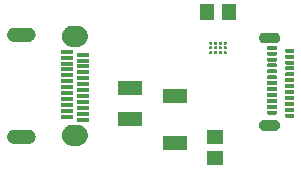
<source format=gbr>
%TF.GenerationSoftware,Altium Limited,Altium Designer,22.10.1 (41)*%
G04 Layer_Color=8421504*
%FSLAX45Y45*%
%MOMM*%
%TF.SameCoordinates,7C4CEE53-0205-4E42-98F0-91463D168F18*%
%TF.FilePolarity,Positive*%
%TF.FileFunction,Paste,Top*%
%TF.Part,Single*%
G01*
G75*
%TA.AperFunction,SMDPad,CuDef*%
%ADD10R,1.00000X0.30000*%
%TA.AperFunction,ConnectorPad*%
%ADD12R,0.80000X0.30000*%
%TA.AperFunction,SMDPad,CuDef*%
%ADD13R,1.20000X1.40000*%
%ADD14R,1.40000X1.20000*%
%ADD15R,2.03200X1.14300*%
%ADD16R,2.10000X1.27000*%
G36*
X366400Y1346109D02*
X369385Y1345885D01*
X372354Y1345512D01*
X375300Y1344994D01*
X378216Y1344328D01*
X381097Y1343518D01*
X383931Y1342563D01*
X386718Y1341471D01*
X389443Y1340241D01*
X392105Y1338875D01*
X394696Y1337379D01*
X397210Y1335756D01*
X399639Y1334011D01*
X401978Y1332146D01*
X404221Y1330165D01*
X406362Y1328077D01*
X408396Y1325883D01*
X410319Y1323591D01*
X412128Y1321206D01*
X413812Y1318735D01*
X415371Y1316182D01*
X416804Y1313556D01*
X418102Y1310858D01*
X419263Y1308103D01*
X420286Y1305291D01*
X421168Y1302433D01*
X421907Y1299533D01*
X422499Y1296601D01*
X422946Y1293642D01*
X423243Y1290665D01*
X423393Y1287678D01*
Y1284686D01*
X423243Y1281699D01*
X422946Y1278722D01*
X422499Y1275763D01*
X421907Y1272832D01*
X421168Y1269931D01*
X420286Y1267074D01*
X419263Y1264262D01*
X418102Y1261506D01*
X416804Y1258809D01*
X415371Y1256182D01*
X413812Y1253630D01*
X412128Y1251158D01*
X410319Y1248773D01*
X408396Y1246482D01*
X406362Y1244288D01*
X404221Y1242200D01*
X401978Y1240218D01*
X399639Y1238354D01*
X397210Y1236609D01*
X394696Y1234986D01*
X392105Y1233490D01*
X389443Y1232124D01*
X386718Y1230894D01*
X383931Y1229802D01*
X381097Y1228847D01*
X378216Y1228037D01*
X375300Y1227371D01*
X372354Y1226853D01*
X369385Y1226480D01*
X366400Y1226256D01*
X363410Y1226182D01*
X243411D01*
X240421Y1226256D01*
X237437Y1226480D01*
X234467Y1226853D01*
X231521Y1227371D01*
X228605Y1228037D01*
X225725Y1228847D01*
X222890Y1229802D01*
X220104Y1230894D01*
X217378Y1232124D01*
X214716Y1233490D01*
X212126Y1234986D01*
X209611Y1236609D01*
X207183Y1238354D01*
X204843Y1240218D01*
X202601Y1242200D01*
X200459Y1244288D01*
X198425Y1246482D01*
X196502Y1248773D01*
X194694Y1251158D01*
X193010Y1253630D01*
X191450Y1256182D01*
X190017Y1258809D01*
X188719Y1261506D01*
X187559Y1264262D01*
X186535Y1267074D01*
X185654Y1269931D01*
X184915Y1272832D01*
X184323Y1275763D01*
X183876Y1278722D01*
X183578Y1281699D01*
X183429Y1284686D01*
Y1287678D01*
X183578Y1290665D01*
X183876Y1293642D01*
X184323Y1296601D01*
X184915Y1299533D01*
X185654Y1302433D01*
X186535Y1305291D01*
X187559Y1308103D01*
X188719Y1310858D01*
X190017Y1313556D01*
X191450Y1316182D01*
X193010Y1318735D01*
X194694Y1321206D01*
X196502Y1323591D01*
X198425Y1325883D01*
X200459Y1328077D01*
X202601Y1330165D01*
X204843Y1332146D01*
X207183Y1334011D01*
X209611Y1335756D01*
X212126Y1337379D01*
X214716Y1338875D01*
X217378Y1340241D01*
X220104Y1341471D01*
X222890Y1342563D01*
X225725Y1343518D01*
X228605Y1344328D01*
X231521Y1344994D01*
X234467Y1345512D01*
X237437Y1345885D01*
X240421Y1346109D01*
X243411Y1346182D01*
X363410D01*
X366400Y1346109D01*
D02*
G37*
G36*
X2452247Y1302448D02*
X2454485Y1302281D01*
X2456712Y1302001D01*
X2458922Y1301613D01*
X2461109Y1301112D01*
X2463268Y1300505D01*
X2465396Y1299791D01*
X2467484Y1298971D01*
X2469529Y1298046D01*
X2471525Y1297023D01*
X2473469Y1295903D01*
X2475353Y1294683D01*
X2477177Y1293375D01*
X2478930Y1291976D01*
X2480614Y1290490D01*
X2482219Y1288925D01*
X2483745Y1287279D01*
X2485188Y1285560D01*
X2486542Y1283772D01*
X2487807Y1281917D01*
X2488975Y1280005D01*
X2490050Y1278034D01*
X2491022Y1276012D01*
X2491894Y1273944D01*
X2492661Y1271836D01*
X2493324Y1269690D01*
X2493877Y1267516D01*
X2494322Y1265319D01*
X2494657Y1263099D01*
X2494878Y1260866D01*
X2494990Y1258626D01*
Y1256380D01*
X2494878Y1254140D01*
X2494657Y1251907D01*
X2494322Y1249687D01*
X2493877Y1247490D01*
X2493324Y1245316D01*
X2492661Y1243170D01*
X2491894Y1241062D01*
X2491022Y1238994D01*
X2490050Y1236972D01*
X2488975Y1235004D01*
X2487807Y1233088D01*
X2486542Y1231234D01*
X2485188Y1229446D01*
X2483745Y1227727D01*
X2482219Y1226081D01*
X2480614Y1224516D01*
X2478930Y1223030D01*
X2477177Y1221631D01*
X2475353Y1220322D01*
X2473469Y1219103D01*
X2471525Y1217983D01*
X2469529Y1216959D01*
X2467484Y1216035D01*
X2465396Y1215214D01*
X2463268Y1214501D01*
X2461109Y1213894D01*
X2458922Y1213393D01*
X2456712Y1213005D01*
X2454485Y1212725D01*
X2452247Y1212558D01*
X2450004Y1212502D01*
X2360004D01*
X2357761Y1212558D01*
X2355524Y1212725D01*
X2353296Y1213005D01*
X2351086Y1213393D01*
X2348899Y1213894D01*
X2346740Y1214501D01*
X2344612Y1215214D01*
X2342524Y1216035D01*
X2340479Y1216959D01*
X2338483Y1217983D01*
X2336540Y1219103D01*
X2334655Y1220322D01*
X2332831Y1221631D01*
X2331079Y1223030D01*
X2329395Y1224516D01*
X2327789Y1226081D01*
X2326263Y1227727D01*
X2324820Y1229446D01*
X2323466Y1231234D01*
X2322201Y1233088D01*
X2321033Y1235004D01*
X2319959Y1236972D01*
X2318986Y1238994D01*
X2318114Y1241062D01*
X2317347Y1243170D01*
X2316684Y1245316D01*
X2316131Y1247490D01*
X2315686Y1249687D01*
X2315351Y1251907D01*
X2315130Y1254140D01*
X2315018Y1256380D01*
Y1258626D01*
X2315130Y1260866D01*
X2315351Y1263099D01*
X2315686Y1265319D01*
X2316131Y1267516D01*
X2316684Y1269690D01*
X2317347Y1271836D01*
X2318114Y1273944D01*
X2318986Y1276012D01*
X2319959Y1278034D01*
X2321033Y1280005D01*
X2322201Y1281917D01*
X2323466Y1283772D01*
X2324820Y1285560D01*
X2326263Y1287279D01*
X2327789Y1288925D01*
X2329395Y1290490D01*
X2331079Y1291976D01*
X2332831Y1293375D01*
X2334655Y1294683D01*
X2336540Y1295903D01*
X2338483Y1297023D01*
X2340479Y1298046D01*
X2342524Y1298971D01*
X2344612Y1299791D01*
X2346740Y1300505D01*
X2348899Y1301112D01*
X2351086Y1301613D01*
X2353296Y1302001D01*
X2355524Y1302281D01*
X2357761Y1302448D01*
X2360004Y1302504D01*
X2450004D01*
X2452247Y1302448D01*
D02*
G37*
G36*
X2038832Y1225219D02*
X2040239Y1223812D01*
X2041000Y1221974D01*
Y1220980D01*
Y1205980D01*
Y1204985D01*
X2040239Y1203148D01*
X2038832Y1201741D01*
X2036994Y1200980D01*
X2020005D01*
X2018168Y1201741D01*
X2016761Y1203148D01*
X2016000Y1204985D01*
Y1205980D01*
Y1220980D01*
Y1221974D01*
X2016761Y1223812D01*
X2018168Y1225219D01*
X2020005Y1225980D01*
X2036994D01*
X2038832Y1225219D01*
D02*
G37*
G36*
X1998832D02*
X2000239Y1223812D01*
X2001000Y1221974D01*
Y1220980D01*
Y1205980D01*
Y1204985D01*
X2000239Y1203148D01*
X1998832Y1201741D01*
X1996994Y1200980D01*
X1980005D01*
X1978168Y1201741D01*
X1976761Y1203148D01*
X1976000Y1204985D01*
Y1205980D01*
Y1220980D01*
Y1221974D01*
X1976761Y1223812D01*
X1978168Y1225219D01*
X1980005Y1225980D01*
X1996994D01*
X1998832Y1225219D01*
D02*
G37*
G36*
X1958832D02*
X1960239Y1223812D01*
X1961000Y1221974D01*
Y1220980D01*
Y1205980D01*
Y1204985D01*
X1960239Y1203148D01*
X1958832Y1201741D01*
X1956994Y1200980D01*
X1940005D01*
X1938168Y1201741D01*
X1936761Y1203148D01*
X1936000Y1204985D01*
Y1205980D01*
Y1220980D01*
Y1221974D01*
X1936761Y1223812D01*
X1938168Y1225219D01*
X1940005Y1225980D01*
X1956994D01*
X1958832Y1225219D01*
D02*
G37*
G36*
X1918832D02*
X1920239Y1223812D01*
X1921000Y1221974D01*
Y1220980D01*
Y1205980D01*
Y1204985D01*
X1920239Y1203148D01*
X1918832Y1201741D01*
X1916994Y1200980D01*
X1900005D01*
X1898168Y1201741D01*
X1896761Y1203148D01*
X1896000Y1204985D01*
Y1205980D01*
Y1220980D01*
Y1221974D01*
X1896761Y1223812D01*
X1898168Y1225219D01*
X1900005Y1225980D01*
X1916994D01*
X1918832Y1225219D01*
D02*
G37*
G36*
X780880Y1363167D02*
X785355Y1362832D01*
X789808Y1362273D01*
X794228Y1361493D01*
X798601Y1360495D01*
X802922Y1359281D01*
X807176Y1357851D01*
X811352Y1356213D01*
X815444Y1354366D01*
X819437Y1352319D01*
X823323Y1350076D01*
X827093Y1347640D01*
X830737Y1345021D01*
X834245Y1342222D01*
X837611Y1339253D01*
X840821Y1336121D01*
X843874Y1332832D01*
X846760Y1329393D01*
X849467Y1325816D01*
X851997Y1322108D01*
X854337Y1318278D01*
X856483Y1314338D01*
X858429Y1310295D01*
X860174Y1306159D01*
X861708Y1301943D01*
X863031Y1297656D01*
X864138Y1293307D01*
X865027Y1288908D01*
X865696Y1284470D01*
X866143Y1280005D01*
X866366Y1275522D01*
Y1271036D01*
X866143Y1266553D01*
X865696Y1262088D01*
X865027Y1257651D01*
X864138Y1253251D01*
X863031Y1248903D01*
X861708Y1244615D01*
X860174Y1240399D01*
X858429Y1236264D01*
X856483Y1232220D01*
X854337Y1228278D01*
X851997Y1224450D01*
X849467Y1220742D01*
X846760Y1217165D01*
X843874Y1213726D01*
X840821Y1210437D01*
X837611Y1207305D01*
X834245Y1204336D01*
X830737Y1201537D01*
X827093Y1198918D01*
X823323Y1196482D01*
X819437Y1194239D01*
X815444Y1192192D01*
X811352Y1190346D01*
X807176Y1188707D01*
X802922Y1187277D01*
X798601Y1186063D01*
X794228Y1185065D01*
X789808Y1184285D01*
X785355Y1183726D01*
X780880Y1183391D01*
X776394Y1183279D01*
X736394D01*
X731909Y1183391D01*
X727433Y1183726D01*
X722981Y1184285D01*
X718561Y1185065D01*
X714187Y1186063D01*
X709866Y1187277D01*
X705612Y1188707D01*
X701436Y1190346D01*
X697344Y1192192D01*
X693351Y1194239D01*
X689465Y1196482D01*
X685696Y1198918D01*
X682051Y1201537D01*
X678543Y1204336D01*
X675178Y1207305D01*
X671967Y1210437D01*
X668914Y1213726D01*
X666029Y1217165D01*
X663321Y1220742D01*
X660791Y1224450D01*
X658452Y1228278D01*
X656306Y1232220D01*
X654360Y1236264D01*
X652615Y1240399D01*
X651081Y1244615D01*
X649757Y1248903D01*
X648650Y1253251D01*
X647761Y1257651D01*
X647093Y1262088D01*
X646646Y1266553D01*
X646422Y1271036D01*
Y1275522D01*
X646646Y1280005D01*
X647093Y1284470D01*
X647761Y1288908D01*
X648650Y1293307D01*
X649757Y1297656D01*
X651081Y1301943D01*
X652615Y1306159D01*
X654360Y1310295D01*
X656306Y1314338D01*
X658452Y1318278D01*
X660791Y1322108D01*
X663321Y1325816D01*
X666029Y1329393D01*
X668914Y1332832D01*
X671967Y1336121D01*
X675178Y1339253D01*
X678543Y1342222D01*
X682051Y1345021D01*
X685696Y1347640D01*
X689465Y1350076D01*
X693351Y1352319D01*
X697344Y1354366D01*
X701436Y1356213D01*
X705612Y1357851D01*
X709866Y1359281D01*
X714187Y1360495D01*
X718561Y1361493D01*
X722981Y1362273D01*
X727433Y1362832D01*
X731909Y1363167D01*
X736394Y1363279D01*
X776394D01*
X780880Y1363167D01*
D02*
G37*
G36*
X2038832Y1185219D02*
X2040239Y1183812D01*
X2041000Y1181975D01*
Y1180980D01*
Y1165980D01*
Y1164985D01*
X2040239Y1163148D01*
X2038832Y1161741D01*
X2036994Y1160980D01*
X2020005D01*
X2018168Y1161741D01*
X2016761Y1163148D01*
X2016000Y1164985D01*
Y1165980D01*
Y1180980D01*
Y1181975D01*
X2016761Y1183812D01*
X2018168Y1185219D01*
X2020005Y1185980D01*
X2036994D01*
X2038832Y1185219D01*
D02*
G37*
G36*
X1998832D02*
X2000239Y1183812D01*
X2001000Y1181975D01*
Y1180980D01*
Y1165980D01*
Y1164985D01*
X2000239Y1163148D01*
X1998832Y1161741D01*
X1996994Y1160980D01*
X1980005D01*
X1978168Y1161741D01*
X1976761Y1163148D01*
X1976000Y1164985D01*
Y1165980D01*
Y1180980D01*
Y1181975D01*
X1976761Y1183812D01*
X1978168Y1185219D01*
X1980005Y1185980D01*
X1996994D01*
X1998832Y1185219D01*
D02*
G37*
G36*
X1958832D02*
X1960239Y1183812D01*
X1961000Y1181975D01*
Y1180980D01*
Y1165980D01*
Y1164985D01*
X1960239Y1163148D01*
X1958832Y1161741D01*
X1956994Y1160980D01*
X1940005D01*
X1938168Y1161741D01*
X1936761Y1163148D01*
X1936000Y1164985D01*
Y1165980D01*
Y1180980D01*
Y1181975D01*
X1936761Y1183812D01*
X1938168Y1185219D01*
X1940005Y1185980D01*
X1956994D01*
X1958832Y1185219D01*
D02*
G37*
G36*
X1918832D02*
X1920239Y1183812D01*
X1921000Y1181975D01*
Y1180980D01*
Y1165980D01*
Y1164985D01*
X1920239Y1163148D01*
X1918832Y1161741D01*
X1916994Y1160980D01*
X1900005D01*
X1898168Y1161741D01*
X1896761Y1163148D01*
X1896000Y1164985D01*
Y1165980D01*
Y1180980D01*
Y1181975D01*
X1896761Y1183812D01*
X1898168Y1185219D01*
X1900005Y1185980D01*
X1916994D01*
X1918832Y1185219D01*
D02*
G37*
G36*
X2465005Y1160008D02*
X2385005D01*
Y1190008D01*
X2465005D01*
Y1160008D01*
D02*
G37*
G36*
X2615000Y1135009D02*
X2535000D01*
Y1165009D01*
X2615000D01*
Y1135009D01*
D02*
G37*
G36*
X743420Y1126678D02*
X643420D01*
Y1156680D01*
X743420D01*
Y1126678D01*
D02*
G37*
G36*
X2038832Y1145219D02*
X2040239Y1143812D01*
X2041000Y1141974D01*
Y1140980D01*
Y1125980D01*
Y1124985D01*
X2040239Y1123148D01*
X2038832Y1121741D01*
X2036994Y1120980D01*
X2020005D01*
X2018168Y1121741D01*
X2016761Y1123148D01*
X2016000Y1124985D01*
Y1125980D01*
Y1140980D01*
Y1141974D01*
X2016761Y1143812D01*
X2018168Y1145219D01*
X2020005Y1145980D01*
X2036994D01*
X2038832Y1145219D01*
D02*
G37*
G36*
X1998832D02*
X2000239Y1143812D01*
X2001000Y1141974D01*
Y1140980D01*
Y1125980D01*
Y1124985D01*
X2000239Y1123148D01*
X1998832Y1121741D01*
X1996994Y1120980D01*
X1980005D01*
X1978168Y1121741D01*
X1976761Y1123148D01*
X1976000Y1124985D01*
Y1125980D01*
Y1140980D01*
Y1141974D01*
X1976761Y1143812D01*
X1978168Y1145219D01*
X1980005Y1145980D01*
X1996994D01*
X1998832Y1145219D01*
D02*
G37*
G36*
X1958832D02*
X1960239Y1143812D01*
X1961000Y1141974D01*
Y1140980D01*
Y1125980D01*
Y1124985D01*
X1960239Y1123148D01*
X1958832Y1121741D01*
X1956994Y1120980D01*
X1940005D01*
X1938168Y1121741D01*
X1936761Y1123148D01*
X1936000Y1124985D01*
Y1125980D01*
Y1140980D01*
Y1141974D01*
X1936761Y1143812D01*
X1938168Y1145219D01*
X1940005Y1145980D01*
X1956994D01*
X1958832Y1145219D01*
D02*
G37*
G36*
X1918832D02*
X1920239Y1143812D01*
X1921000Y1141974D01*
Y1140980D01*
Y1125980D01*
Y1124985D01*
X1920239Y1123148D01*
X1918832Y1121741D01*
X1916994Y1120980D01*
X1900005D01*
X1898168Y1121741D01*
X1896761Y1123148D01*
X1896000Y1124985D01*
Y1125980D01*
Y1140980D01*
Y1141974D01*
X1896761Y1143812D01*
X1898168Y1145219D01*
X1900005Y1145980D01*
X1916994D01*
X1918832Y1145219D01*
D02*
G37*
G36*
X2465005Y1109995D02*
X2385005D01*
Y1139995D01*
X2465005D01*
Y1109995D01*
D02*
G37*
G36*
X878413Y1101672D02*
X778413D01*
Y1131672D01*
X878413D01*
Y1101672D01*
D02*
G37*
G36*
X2614957Y1085022D02*
X2534957D01*
Y1115022D01*
X2614957D01*
Y1085022D01*
D02*
G37*
G36*
X743420Y1076678D02*
X643420D01*
Y1106681D01*
X743420D01*
Y1076678D01*
D02*
G37*
G36*
X2465005Y1060008D02*
X2385005D01*
Y1090008D01*
X2465005D01*
Y1060008D01*
D02*
G37*
G36*
X878413Y1051674D02*
X778413D01*
Y1081674D01*
X878413D01*
Y1051674D01*
D02*
G37*
G36*
X2614957Y1035009D02*
X2534957D01*
Y1065009D01*
X2614957D01*
Y1035009D01*
D02*
G37*
G36*
X743420Y1026683D02*
X643420D01*
Y1056686D01*
X743420D01*
Y1026683D01*
D02*
G37*
G36*
X2465005Y1009995D02*
X2385005D01*
Y1039995D01*
X2465005D01*
Y1009995D01*
D02*
G37*
G36*
X878413Y1001672D02*
X778413D01*
Y1031672D01*
X878413D01*
Y1001672D01*
D02*
G37*
G36*
X2614957Y985022D02*
X2534957D01*
Y1015022D01*
X2614957D01*
Y985022D01*
D02*
G37*
G36*
X743420Y976681D02*
X643420D01*
Y1006683D01*
X743420D01*
Y976681D01*
D02*
G37*
G36*
X2465005Y960008D02*
X2385005D01*
Y990008D01*
X2465005D01*
Y960008D01*
D02*
G37*
G36*
X878413Y951675D02*
X778413D01*
Y981674D01*
X878413D01*
Y951675D01*
D02*
G37*
G36*
X2614957Y935009D02*
X2534957D01*
Y965009D01*
X2614957D01*
Y935009D01*
D02*
G37*
G36*
X743420Y926681D02*
X643420D01*
Y956683D01*
X743420D01*
Y926681D01*
D02*
G37*
G36*
X2465005Y909995D02*
X2385005D01*
Y939995D01*
X2465005D01*
Y909995D01*
D02*
G37*
G36*
X878413Y901680D02*
X778413D01*
Y931680D01*
X878413D01*
Y901680D01*
D02*
G37*
G36*
X2614957Y885022D02*
X2534957D01*
Y915022D01*
X2614957D01*
Y885022D01*
D02*
G37*
G36*
X743420Y876686D02*
X643420D01*
Y906689D01*
X743420D01*
Y876686D01*
D02*
G37*
G36*
X2465005Y859983D02*
X2385005D01*
Y889983D01*
X2465005D01*
Y859983D01*
D02*
G37*
G36*
X878413Y851685D02*
X778413D01*
Y881685D01*
X878413D01*
Y851685D01*
D02*
G37*
G36*
X2614957Y835010D02*
X2534957D01*
Y865009D01*
X2614957D01*
Y835010D01*
D02*
G37*
G36*
X743420Y826684D02*
X643420D01*
Y856686D01*
X743420D01*
Y826684D01*
D02*
G37*
G36*
X2465005Y809996D02*
X2385005D01*
Y839996D01*
X2465005D01*
Y809996D01*
D02*
G37*
G36*
X878413Y801688D02*
X778413D01*
Y831687D01*
X878413D01*
Y801688D01*
D02*
G37*
G36*
X2614957Y785022D02*
X2534957D01*
Y815022D01*
X2614957D01*
Y785022D01*
D02*
G37*
G36*
X743420Y776679D02*
X643420D01*
Y806681D01*
X743420D01*
Y776679D01*
D02*
G37*
G36*
X2465005Y760008D02*
X2385005D01*
Y790008D01*
X2465005D01*
Y760008D01*
D02*
G37*
G36*
X878413Y751688D02*
X778413D01*
Y781688D01*
X878413D01*
Y751688D01*
D02*
G37*
G36*
X2614957Y735010D02*
X2534957D01*
Y765010D01*
X2614957D01*
Y735010D01*
D02*
G37*
G36*
X743420Y726676D02*
X643420D01*
Y756679D01*
X743420D01*
Y726676D01*
D02*
G37*
G36*
X2465005Y709996D02*
X2385005D01*
Y739996D01*
X2465005D01*
Y709996D01*
D02*
G37*
G36*
X878413Y701685D02*
X778413D01*
Y731685D01*
X878413D01*
Y701685D01*
D02*
G37*
G36*
X2614957Y685023D02*
X2534957D01*
Y715022D01*
X2614957D01*
Y685023D01*
D02*
G37*
G36*
X743420Y676679D02*
X643420D01*
Y706681D01*
X743420D01*
Y676679D01*
D02*
G37*
G36*
X2465005Y660009D02*
X2385005D01*
Y690009D01*
X2465005D01*
Y660009D01*
D02*
G37*
G36*
X878413Y651683D02*
X778413D01*
Y681685D01*
X878413D01*
Y651683D01*
D02*
G37*
G36*
X2614957Y635010D02*
X2534957D01*
Y665010D01*
X2614957D01*
Y635010D01*
D02*
G37*
G36*
X743420Y626681D02*
X643420D01*
Y656684D01*
X743420D01*
Y626681D01*
D02*
G37*
G36*
X2465005Y609996D02*
X2385005D01*
Y639996D01*
X2465005D01*
Y609996D01*
D02*
G37*
G36*
X878413Y601680D02*
X778413D01*
Y631680D01*
X878413D01*
Y601680D01*
D02*
G37*
G36*
X2614957Y585023D02*
X2534957D01*
Y615023D01*
X2614957D01*
Y585023D01*
D02*
G37*
G36*
X743420Y576679D02*
X643420D01*
Y606682D01*
X743420D01*
Y576679D01*
D02*
G37*
G36*
X878413Y551683D02*
X778413D01*
Y581683D01*
X878413D01*
Y551683D01*
D02*
G37*
G36*
X2452196Y562445D02*
X2454434Y562277D01*
X2456661Y561998D01*
X2458871Y561609D01*
X2461058Y561109D01*
X2463217Y560502D01*
X2465346Y559788D01*
X2467433Y558967D01*
X2469478Y558043D01*
X2471475Y557019D01*
X2473418Y555899D01*
X2475302Y554680D01*
X2477126Y553372D01*
X2478879Y551972D01*
X2480563Y550486D01*
X2482168Y548922D01*
X2483695Y547276D01*
X2485137Y545556D01*
X2486491Y543768D01*
X2487756Y541914D01*
X2488924Y540001D01*
X2489999Y538030D01*
X2490972Y536008D01*
X2491843Y533941D01*
X2492610Y531833D01*
X2493273Y529686D01*
X2493827Y527512D01*
X2494271Y525315D01*
X2494606Y523095D01*
X2494827Y520862D01*
X2494939Y518622D01*
Y516377D01*
X2494827Y514136D01*
X2494606Y511904D01*
X2494271Y509684D01*
X2493827Y507487D01*
X2493273Y505312D01*
X2492610Y503166D01*
X2491843Y501058D01*
X2490972Y498990D01*
X2489999Y496969D01*
X2488924Y495000D01*
X2487756Y493085D01*
X2486491Y491231D01*
X2485137Y489443D01*
X2483695Y487723D01*
X2482168Y486077D01*
X2480563Y484512D01*
X2478879Y483026D01*
X2477126Y481627D01*
X2475302Y480319D01*
X2473418Y479100D01*
X2471475Y477979D01*
X2469478Y476956D01*
X2467433Y476031D01*
X2465346Y475211D01*
X2463217Y474497D01*
X2461058Y473890D01*
X2458871Y473390D01*
X2456661Y473001D01*
X2454434Y472722D01*
X2452196Y472554D01*
X2449953Y472498D01*
X2359953D01*
X2357711Y472554D01*
X2355473Y472722D01*
X2353245Y473001D01*
X2351035Y473390D01*
X2348848Y473890D01*
X2346689Y474497D01*
X2344561Y475211D01*
X2342473Y476031D01*
X2340428Y476956D01*
X2338432Y477979D01*
X2336489Y479100D01*
X2334604Y480319D01*
X2332780Y481627D01*
X2331028Y483026D01*
X2329344Y484512D01*
X2327739Y486077D01*
X2326212Y487723D01*
X2324769Y489443D01*
X2323415Y491231D01*
X2322151Y493085D01*
X2320982Y495000D01*
X2319908Y496969D01*
X2318935Y498990D01*
X2318064Y501058D01*
X2317297Y503166D01*
X2316634Y505312D01*
X2316080Y507487D01*
X2315635Y509684D01*
X2315300Y511904D01*
X2315079Y514136D01*
X2314967Y516377D01*
Y518622D01*
X2315079Y520862D01*
X2315300Y523095D01*
X2315635Y525315D01*
X2316080Y527512D01*
X2316634Y529686D01*
X2317297Y531833D01*
X2318064Y533941D01*
X2318935Y536008D01*
X2319908Y538030D01*
X2320982Y540001D01*
X2322151Y541914D01*
X2323415Y543768D01*
X2324769Y545556D01*
X2326212Y547276D01*
X2327739Y548922D01*
X2329344Y550486D01*
X2331028Y551972D01*
X2332780Y553372D01*
X2334604Y554680D01*
X2336489Y555899D01*
X2338432Y557019D01*
X2340428Y558043D01*
X2342473Y558967D01*
X2344561Y559788D01*
X2346689Y560502D01*
X2348848Y561109D01*
X2351035Y561609D01*
X2353245Y561998D01*
X2355473Y562277D01*
X2357711Y562445D01*
X2359953Y562501D01*
X2449953D01*
X2452196Y562445D01*
D02*
G37*
G36*
X366400Y482102D02*
X369385Y481879D01*
X372354Y481505D01*
X375300Y480987D01*
X378216Y480322D01*
X381097Y479511D01*
X383931Y478556D01*
X386718Y477464D01*
X389443Y476235D01*
X392105Y474868D01*
X394696Y473372D01*
X397210Y471749D01*
X399639Y470004D01*
X401978Y468140D01*
X404221Y466159D01*
X406362Y464071D01*
X408396Y461876D01*
X410319Y459585D01*
X412128Y457200D01*
X413812Y454729D01*
X415371Y452176D01*
X416804Y449550D01*
X418102Y446852D01*
X419263Y444096D01*
X420286Y441284D01*
X421168Y438427D01*
X421907Y435526D01*
X422499Y432595D01*
X422946Y429636D01*
X423243Y426659D01*
X423393Y423672D01*
Y420680D01*
X423243Y417693D01*
X422946Y414716D01*
X422499Y411757D01*
X421907Y408826D01*
X421168Y405925D01*
X420286Y403068D01*
X419263Y400256D01*
X418102Y397500D01*
X416804Y394802D01*
X415371Y392176D01*
X413812Y389623D01*
X412128Y387152D01*
X410319Y384767D01*
X408396Y382476D01*
X406362Y380281D01*
X404221Y378193D01*
X401978Y376212D01*
X399639Y374348D01*
X397210Y372603D01*
X394696Y370980D01*
X392105Y369484D01*
X389443Y368117D01*
X386718Y366888D01*
X383931Y365796D01*
X381097Y364841D01*
X378216Y364030D01*
X375300Y363365D01*
X372354Y362847D01*
X369385Y362473D01*
X366400Y362250D01*
X363410Y362176D01*
X243411D01*
X240421Y362250D01*
X237437Y362473D01*
X234467Y362847D01*
X231521Y363365D01*
X228605Y364030D01*
X225725Y364841D01*
X222890Y365796D01*
X220104Y366888D01*
X217378Y368117D01*
X214716Y369484D01*
X212126Y370980D01*
X209611Y372603D01*
X207183Y374348D01*
X204843Y376212D01*
X202601Y378193D01*
X200459Y380281D01*
X198425Y382476D01*
X196502Y384767D01*
X194694Y387152D01*
X193010Y389623D01*
X191450Y392176D01*
X190017Y394802D01*
X188719Y397500D01*
X187559Y400256D01*
X186535Y403068D01*
X185654Y405925D01*
X184915Y408826D01*
X184323Y411757D01*
X183876Y414716D01*
X183578Y417693D01*
X183429Y420680D01*
Y423672D01*
X183578Y426659D01*
X183876Y429636D01*
X184323Y432595D01*
X184915Y435526D01*
X185654Y438427D01*
X186535Y441284D01*
X187559Y444096D01*
X188719Y446852D01*
X190017Y449550D01*
X191450Y452176D01*
X193010Y454729D01*
X194694Y457200D01*
X196502Y459585D01*
X198425Y461876D01*
X200459Y464071D01*
X202601Y466159D01*
X204843Y468140D01*
X207183Y470004D01*
X209611Y471749D01*
X212126Y473372D01*
X214716Y474868D01*
X217378Y476235D01*
X220104Y477464D01*
X222890Y478556D01*
X225725Y479511D01*
X228605Y480322D01*
X231521Y480987D01*
X234467Y481505D01*
X237437Y481879D01*
X240421Y482102D01*
X243411Y482176D01*
X363410D01*
X366400Y482102D01*
D02*
G37*
G36*
X780880Y524967D02*
X785355Y524632D01*
X789808Y524073D01*
X794228Y523293D01*
X798601Y522295D01*
X802922Y521081D01*
X807176Y519651D01*
X811352Y518013D01*
X815444Y516166D01*
X819437Y514119D01*
X823323Y511876D01*
X827093Y509440D01*
X830737Y506821D01*
X834245Y504022D01*
X837611Y501053D01*
X840821Y497921D01*
X843874Y494632D01*
X846760Y491193D01*
X849467Y487617D01*
X851997Y483908D01*
X854337Y480078D01*
X856483Y476138D01*
X858429Y472095D01*
X860174Y467959D01*
X861708Y463743D01*
X863031Y459456D01*
X864138Y455107D01*
X865027Y450708D01*
X865696Y446270D01*
X866143Y441805D01*
X866366Y437322D01*
Y432836D01*
X866143Y428353D01*
X865696Y423888D01*
X865027Y419451D01*
X864138Y415051D01*
X863031Y410703D01*
X861708Y406415D01*
X860174Y402199D01*
X858429Y398064D01*
X856483Y394020D01*
X854337Y390078D01*
X851997Y386250D01*
X849467Y382542D01*
X846760Y378965D01*
X843874Y375526D01*
X840821Y372237D01*
X837611Y369105D01*
X834245Y366136D01*
X830737Y363337D01*
X827093Y360718D01*
X823323Y358282D01*
X819437Y356039D01*
X815444Y353992D01*
X811352Y352146D01*
X807176Y350507D01*
X802922Y349077D01*
X798601Y347863D01*
X794228Y346865D01*
X789808Y346085D01*
X785355Y345526D01*
X780880Y345191D01*
X776394Y345079D01*
X736394D01*
X731909Y345191D01*
X727433Y345526D01*
X722981Y346085D01*
X718561Y346865D01*
X714187Y347863D01*
X709866Y349077D01*
X705612Y350507D01*
X701436Y352146D01*
X697344Y353992D01*
X693351Y356039D01*
X689465Y358282D01*
X685696Y360718D01*
X682051Y363337D01*
X678543Y366136D01*
X675178Y369105D01*
X671967Y372237D01*
X668914Y375526D01*
X666029Y378965D01*
X663321Y382542D01*
X660791Y386250D01*
X658452Y390078D01*
X656306Y394020D01*
X654360Y398064D01*
X652615Y402199D01*
X651081Y406415D01*
X649757Y410703D01*
X648650Y415051D01*
X647761Y419451D01*
X647093Y423888D01*
X646646Y428353D01*
X646422Y432836D01*
Y437322D01*
X646646Y441805D01*
X647093Y446270D01*
X647761Y450708D01*
X648650Y455107D01*
X649757Y459456D01*
X651081Y463743D01*
X652615Y467959D01*
X654360Y472095D01*
X656306Y476138D01*
X658452Y480078D01*
X660791Y483908D01*
X663321Y487617D01*
X666029Y491193D01*
X668914Y494632D01*
X671967Y497921D01*
X675178Y501053D01*
X678543Y504022D01*
X682051Y506821D01*
X685696Y509440D01*
X689465Y511876D01*
X693351Y514119D01*
X697344Y516166D01*
X701436Y518013D01*
X705612Y519651D01*
X709866Y521081D01*
X714187Y522295D01*
X718561Y523293D01*
X722981Y524073D01*
X727433Y524632D01*
X731909Y524967D01*
X736394Y525079D01*
X776394D01*
X780880Y524967D01*
D02*
G37*
D10*
X828416Y1116670D02*
D03*
Y1066673D02*
D03*
Y1016668D02*
D03*
Y966676D02*
D03*
Y916681D02*
D03*
Y866684D02*
D03*
Y816689D02*
D03*
Y766689D02*
D03*
Y716684D02*
D03*
Y666684D02*
D03*
Y616684D02*
D03*
Y566684D02*
D03*
X693420Y591680D02*
D03*
Y641683D02*
D03*
Y691678D02*
D03*
Y741680D02*
D03*
Y791680D02*
D03*
Y841685D02*
D03*
Y891687D02*
D03*
Y941682D02*
D03*
Y991682D02*
D03*
Y1041684D02*
D03*
Y1091679D02*
D03*
Y1141679D02*
D03*
D12*
X2574954Y600001D02*
D03*
Y650001D02*
D03*
Y700001D02*
D03*
Y750001D02*
D03*
Y800001D02*
D03*
Y850001D02*
D03*
Y900000D02*
D03*
Y950000D02*
D03*
Y1000000D02*
D03*
Y1050000D02*
D03*
Y1100000D02*
D03*
X2575000Y1150000D02*
D03*
X2425005Y1174994D02*
D03*
Y1124994D02*
D03*
Y1074994D02*
D03*
Y1024994D02*
D03*
Y974994D02*
D03*
Y924994D02*
D03*
Y874994D02*
D03*
Y824994D02*
D03*
Y774994D02*
D03*
Y724994D02*
D03*
Y674995D02*
D03*
Y624995D02*
D03*
D13*
X1878500Y1478280D02*
D03*
X2058500D02*
D03*
D14*
X1943100Y242740D02*
D03*
Y422740D02*
D03*
D15*
X1221740Y570230D02*
D03*
Y836930D02*
D03*
D16*
X1600200Y764920D02*
D03*
Y367920D02*
D03*
%TF.MD5,d62c7079c8f5be503fb85b7c67b4e2f6*%
M02*

</source>
